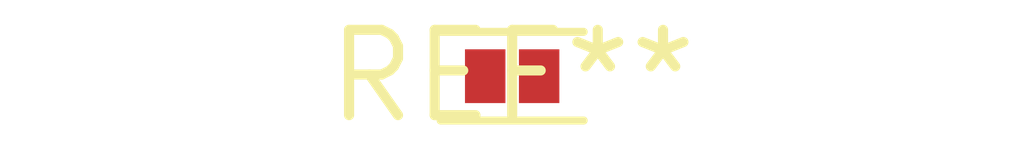
<source format=kicad_pcb>
(kicad_pcb (version 20240108) (generator pcbnew)
  (layers (0 "F.Cu" signal) (31 "B.Cu" signal) (34 "B.Paste" user) (35 "F.Paste" user) (36 "B.SilkS" user "B.Silkscreen") (37 "F.SilkS" user "F.Silkscreen") (38 "B.Mask" user) (39 "F.Mask" user) (44 "Edge.Cuts" user))
  (net 0 "")
  (footprint "L_TDK_MLZ1608" (layer "F.Cu") (at 0 0)
    (property "Reference" "REF**")
    (property "Value" "L_TDK_MLZ1608")
    (fp_line (start -1.06 -0.66) (end 1.06 -0.66) (layer "F.SilkS") (stroke (width 0.12)))
    (fp_line (start -1.06 0.66) (end 1.06 0.66) (layer "F.SilkS") (stroke (width 0.12)))
    (pad "1" smd rect (at -0.4 0) (size 0.6 0.8) (layers "F.Cu" "F.Paste" "F.Mask"))
    (pad "2" smd rect (at 0.4 0) (size 0.6 0.8) (layers "F.Cu" "F.Paste" "F.Mask"))
  )
)
</source>
